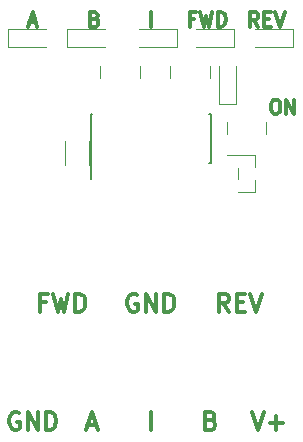
<source format=gbr>
G04 #@! TF.FileFunction,Legend,Top*
%FSLAX46Y46*%
G04 Gerber Fmt 4.6, Leading zero omitted, Abs format (unit mm)*
G04 Created by KiCad (PCBNEW 4.0.4-stable) date Sunday, February 04, 2018 'PMt' 04:47:57 PM*
%MOMM*%
%LPD*%
G01*
G04 APERTURE LIST*
%ADD10C,0.100000*%
%ADD11C,0.300000*%
%ADD12C,0.120000*%
%ADD13C,0.150000*%
G04 APERTURE END LIST*
D10*
D11*
X110457143Y-101742857D02*
X110685714Y-101742857D01*
X110800000Y-101800000D01*
X110914286Y-101914286D01*
X110971428Y-102142857D01*
X110971428Y-102542857D01*
X110914286Y-102771429D01*
X110800000Y-102885714D01*
X110685714Y-102942857D01*
X110457143Y-102942857D01*
X110342857Y-102885714D01*
X110228571Y-102771429D01*
X110171428Y-102542857D01*
X110171428Y-102142857D01*
X110228571Y-101914286D01*
X110342857Y-101800000D01*
X110457143Y-101742857D01*
X111485714Y-102942857D02*
X111485714Y-101742857D01*
X112171429Y-102942857D01*
X112171429Y-101742857D01*
X109114287Y-95542857D02*
X108714287Y-94971429D01*
X108428572Y-95542857D02*
X108428572Y-94342857D01*
X108885715Y-94342857D01*
X109000001Y-94400000D01*
X109057144Y-94457143D01*
X109114287Y-94571429D01*
X109114287Y-94742857D01*
X109057144Y-94857143D01*
X109000001Y-94914286D01*
X108885715Y-94971429D01*
X108428572Y-94971429D01*
X109628572Y-94914286D02*
X110028572Y-94914286D01*
X110200001Y-95542857D02*
X109628572Y-95542857D01*
X109628572Y-94342857D01*
X110200001Y-94342857D01*
X110542858Y-94342857D02*
X110942858Y-95542857D01*
X111342858Y-94342857D01*
X103685714Y-94914286D02*
X103285714Y-94914286D01*
X103285714Y-95542857D02*
X103285714Y-94342857D01*
X103857143Y-94342857D01*
X104200000Y-94342857D02*
X104485714Y-95542857D01*
X104714285Y-94685714D01*
X104942857Y-95542857D01*
X105228571Y-94342857D01*
X105685714Y-95542857D02*
X105685714Y-94342857D01*
X105971429Y-94342857D01*
X106142857Y-94400000D01*
X106257143Y-94514286D01*
X106314286Y-94628571D01*
X106371429Y-94857143D01*
X106371429Y-95028571D01*
X106314286Y-95257143D01*
X106257143Y-95371429D01*
X106142857Y-95485714D01*
X105971429Y-95542857D01*
X105685714Y-95542857D01*
X100000000Y-95542857D02*
X100000000Y-94342857D01*
X95285714Y-94914286D02*
X95457143Y-94971429D01*
X95514286Y-95028571D01*
X95571429Y-95142857D01*
X95571429Y-95314286D01*
X95514286Y-95428571D01*
X95457143Y-95485714D01*
X95342857Y-95542857D01*
X94885714Y-95542857D01*
X94885714Y-94342857D01*
X95285714Y-94342857D01*
X95400000Y-94400000D01*
X95457143Y-94457143D01*
X95514286Y-94571429D01*
X95514286Y-94685714D01*
X95457143Y-94800000D01*
X95400000Y-94857143D01*
X95285714Y-94914286D01*
X94885714Y-94914286D01*
X89714286Y-95200000D02*
X90285715Y-95200000D01*
X89600001Y-95542857D02*
X90000001Y-94342857D01*
X90400001Y-95542857D01*
X106642858Y-119678571D02*
X106142858Y-118964286D01*
X105785715Y-119678571D02*
X105785715Y-118178571D01*
X106357143Y-118178571D01*
X106500001Y-118250000D01*
X106571429Y-118321429D01*
X106642858Y-118464286D01*
X106642858Y-118678571D01*
X106571429Y-118821429D01*
X106500001Y-118892857D01*
X106357143Y-118964286D01*
X105785715Y-118964286D01*
X107285715Y-118892857D02*
X107785715Y-118892857D01*
X108000001Y-119678571D02*
X107285715Y-119678571D01*
X107285715Y-118178571D01*
X108000001Y-118178571D01*
X108428572Y-118178571D02*
X108928572Y-119678571D01*
X109428572Y-118178571D01*
X98857143Y-118250000D02*
X98714286Y-118178571D01*
X98500000Y-118178571D01*
X98285715Y-118250000D01*
X98142857Y-118392857D01*
X98071429Y-118535714D01*
X98000000Y-118821429D01*
X98000000Y-119035714D01*
X98071429Y-119321429D01*
X98142857Y-119464286D01*
X98285715Y-119607143D01*
X98500000Y-119678571D01*
X98642857Y-119678571D01*
X98857143Y-119607143D01*
X98928572Y-119535714D01*
X98928572Y-119035714D01*
X98642857Y-119035714D01*
X99571429Y-119678571D02*
X99571429Y-118178571D01*
X100428572Y-119678571D01*
X100428572Y-118178571D01*
X101142858Y-119678571D02*
X101142858Y-118178571D01*
X101500001Y-118178571D01*
X101714286Y-118250000D01*
X101857144Y-118392857D01*
X101928572Y-118535714D01*
X102000001Y-118821429D01*
X102000001Y-119035714D01*
X101928572Y-119321429D01*
X101857144Y-119464286D01*
X101714286Y-119607143D01*
X101500001Y-119678571D01*
X101142858Y-119678571D01*
X91107143Y-118892857D02*
X90607143Y-118892857D01*
X90607143Y-119678571D02*
X90607143Y-118178571D01*
X91321429Y-118178571D01*
X91750000Y-118178571D02*
X92107143Y-119678571D01*
X92392857Y-118607143D01*
X92678571Y-119678571D01*
X93035714Y-118178571D01*
X93607143Y-119678571D02*
X93607143Y-118178571D01*
X93964286Y-118178571D01*
X94178571Y-118250000D01*
X94321429Y-118392857D01*
X94392857Y-118535714D01*
X94464286Y-118821429D01*
X94464286Y-119035714D01*
X94392857Y-119321429D01*
X94321429Y-119464286D01*
X94178571Y-119607143D01*
X93964286Y-119678571D01*
X93607143Y-119678571D01*
X88857143Y-128250000D02*
X88714286Y-128178571D01*
X88500000Y-128178571D01*
X88285715Y-128250000D01*
X88142857Y-128392857D01*
X88071429Y-128535714D01*
X88000000Y-128821429D01*
X88000000Y-129035714D01*
X88071429Y-129321429D01*
X88142857Y-129464286D01*
X88285715Y-129607143D01*
X88500000Y-129678571D01*
X88642857Y-129678571D01*
X88857143Y-129607143D01*
X88928572Y-129535714D01*
X88928572Y-129035714D01*
X88642857Y-129035714D01*
X89571429Y-129678571D02*
X89571429Y-128178571D01*
X90428572Y-129678571D01*
X90428572Y-128178571D01*
X91142858Y-129678571D02*
X91142858Y-128178571D01*
X91500001Y-128178571D01*
X91714286Y-128250000D01*
X91857144Y-128392857D01*
X91928572Y-128535714D01*
X92000001Y-128821429D01*
X92000001Y-129035714D01*
X91928572Y-129321429D01*
X91857144Y-129464286D01*
X91714286Y-129607143D01*
X91500001Y-129678571D01*
X91142858Y-129678571D01*
X105107143Y-128892857D02*
X105321429Y-128964286D01*
X105392857Y-129035714D01*
X105464286Y-129178571D01*
X105464286Y-129392857D01*
X105392857Y-129535714D01*
X105321429Y-129607143D01*
X105178571Y-129678571D01*
X104607143Y-129678571D01*
X104607143Y-128178571D01*
X105107143Y-128178571D01*
X105250000Y-128250000D01*
X105321429Y-128321429D01*
X105392857Y-128464286D01*
X105392857Y-128607143D01*
X105321429Y-128750000D01*
X105250000Y-128821429D01*
X105107143Y-128892857D01*
X104607143Y-128892857D01*
X100000000Y-129678571D02*
X100000000Y-128178571D01*
X94642857Y-129250000D02*
X95357143Y-129250000D01*
X94500000Y-129678571D02*
X95000000Y-128178571D01*
X95500000Y-129678571D01*
X108571429Y-128178571D02*
X109071429Y-129678571D01*
X109571429Y-128178571D01*
X110071429Y-129107143D02*
X111214286Y-129107143D01*
X110642857Y-129678571D02*
X110642857Y-128535714D01*
D12*
X91150000Y-97250000D02*
X87950000Y-97250000D01*
X87950000Y-95750000D02*
X91150000Y-95750000D01*
X87950000Y-95750000D02*
X87950000Y-97250000D01*
X96150000Y-97250000D02*
X92950000Y-97250000D01*
X92950000Y-95750000D02*
X96150000Y-95750000D01*
X92950000Y-95750000D02*
X92950000Y-97250000D01*
X99000000Y-95750000D02*
X102200000Y-95750000D01*
X102200000Y-97250000D02*
X99000000Y-97250000D01*
X102200000Y-97250000D02*
X102200000Y-95750000D01*
X103850000Y-95750000D02*
X107050000Y-95750000D01*
X107050000Y-97250000D02*
X103850000Y-97250000D01*
X107050000Y-97250000D02*
X107050000Y-95750000D01*
X108850000Y-95750000D02*
X112050000Y-95750000D01*
X112050000Y-97250000D02*
X108850000Y-97250000D01*
X112050000Y-97250000D02*
X112050000Y-95750000D01*
X107250000Y-98900000D02*
X107250000Y-102100000D01*
X105750000Y-102100000D02*
X105750000Y-98900000D01*
X105750000Y-102100000D02*
X107250000Y-102100000D01*
X107430000Y-106440000D02*
X108820000Y-106440000D01*
X107430000Y-109560000D02*
X108820000Y-109560000D01*
X107430000Y-106440000D02*
X106435000Y-106440000D01*
X107430000Y-106440000D02*
X107430000Y-106440000D01*
X108820000Y-109560000D02*
X108820000Y-109560000D01*
X108820000Y-106440000D02*
X108820000Y-107440000D01*
X108820000Y-108560000D02*
X108820000Y-109560000D01*
X107430000Y-107560000D02*
X107430000Y-108440000D01*
X106420000Y-104650000D02*
X106420000Y-103650000D01*
X109780000Y-104650000D02*
X109780000Y-103650000D01*
X99080000Y-98900000D02*
X99080000Y-99900000D01*
X95720000Y-98900000D02*
X95720000Y-99900000D01*
X104980000Y-98900000D02*
X104980000Y-99900000D01*
X101620000Y-98900000D02*
X101620000Y-99900000D01*
D13*
X94925000Y-107075000D02*
X94950000Y-107075000D01*
X94925000Y-102925000D02*
X95030000Y-102925000D01*
X105075000Y-102925000D02*
X104970000Y-102925000D01*
X105075000Y-107075000D02*
X104970000Y-107075000D01*
X94925000Y-107075000D02*
X94925000Y-102925000D01*
X105075000Y-107075000D02*
X105075000Y-102925000D01*
X94950000Y-107075000D02*
X94950000Y-108450000D01*
D12*
X92730000Y-105250000D02*
X92730000Y-107250000D01*
X94770000Y-107250000D02*
X94770000Y-105250000D01*
M02*

</source>
